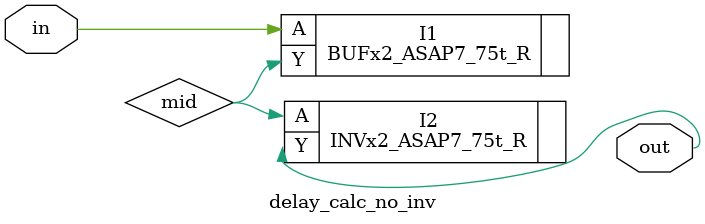
<source format=v>
module delay_calc_no_inv (
  input in,
  output out
);

  wire mid;

  BUFx2_ASAP7_75t_R I1 (
    .A(in),
    .Y(mid)
  );

  INVx2_ASAP7_75t_R I2 (
    .A(mid),
    .Y(out)
  );

endmodule
</source>
